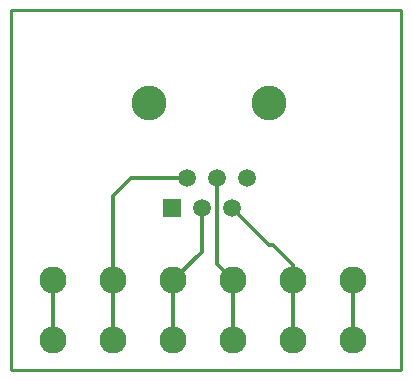
<source format=gtl>
%FSLAX23Y23*%
%MOIN*%
G70*
G01*
G75*
G04 Layer_Physical_Order=1*
G04 Layer_Color=255*
%ADD10C,0.012*%
%ADD11C,0.010*%
%ADD12R,0.059X0.059*%
%ADD13C,0.059*%
%ADD14C,0.116*%
%ADD15C,0.090*%
D10*
X340Y300D02*
Y580D01*
Y100D02*
Y300D01*
X940D02*
Y350D01*
Y100D02*
Y300D01*
X635Y395D02*
Y540D01*
X540Y300D02*
X635Y395D01*
X685Y355D02*
X740Y300D01*
X685Y355D02*
Y640D01*
X735Y540D02*
X858Y417D01*
X873D01*
X940Y350D01*
X340Y580D02*
X400Y640D01*
X585D01*
X140Y100D02*
Y300D01*
X540Y100D02*
Y300D01*
X740Y100D02*
Y300D01*
X1140Y100D02*
Y300D01*
D11*
X0Y0D02*
X1300D01*
Y1200D01*
X0D02*
X1300D01*
X0Y0D02*
Y1200D01*
D12*
X535Y540D02*
D03*
D13*
X785Y640D02*
D03*
X735Y540D02*
D03*
X635D02*
D03*
X685Y640D02*
D03*
X585D02*
D03*
D14*
X460Y890D02*
D03*
X860D02*
D03*
D15*
X140Y300D02*
D03*
X340D02*
D03*
X540D02*
D03*
X740D02*
D03*
X940D02*
D03*
X1140D02*
D03*
Y100D02*
D03*
X940D02*
D03*
X740D02*
D03*
X540D02*
D03*
X340D02*
D03*
X140D02*
D03*
M02*

</source>
